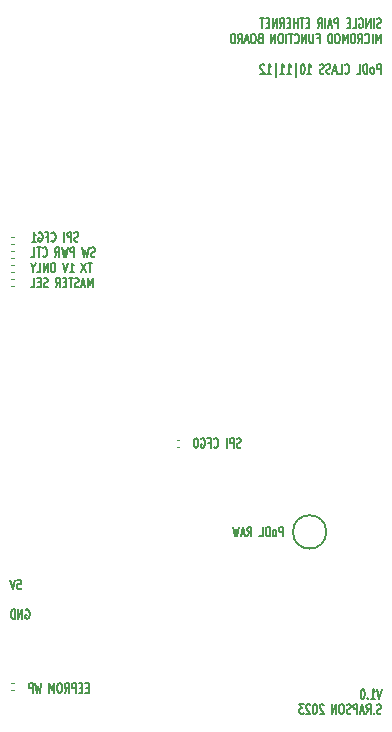
<source format=gbr>
%TF.GenerationSoftware,KiCad,Pcbnew,7.0.6*%
%TF.CreationDate,2023-08-17T07:35:16+09:30*%
%TF.ProjectId,spe-sink,7370652d-7369-46e6-9b2e-6b696361645f,V1.0*%
%TF.SameCoordinates,Original*%
%TF.FileFunction,Legend,Bot*%
%TF.FilePolarity,Positive*%
%FSLAX46Y46*%
G04 Gerber Fmt 4.6, Leading zero omitted, Abs format (unit mm)*
G04 Created by KiCad (PCBNEW 7.0.6) date 2023-08-17 07:35:16*
%MOMM*%
%LPD*%
G01*
G04 APERTURE LIST*
%ADD10C,0.140000*%
%ADD11C,0.100000*%
%ADD12C,0.150000*%
G04 APERTURE END LIST*
D10*
X106713533Y-90100910D02*
X106770676Y-90062815D01*
X106770676Y-90062815D02*
X106856390Y-90062815D01*
X106856390Y-90062815D02*
X106942104Y-90100910D01*
X106942104Y-90100910D02*
X106999247Y-90177100D01*
X106999247Y-90177100D02*
X107027818Y-90253291D01*
X107027818Y-90253291D02*
X107056390Y-90405672D01*
X107056390Y-90405672D02*
X107056390Y-90519958D01*
X107056390Y-90519958D02*
X107027818Y-90672339D01*
X107027818Y-90672339D02*
X106999247Y-90748529D01*
X106999247Y-90748529D02*
X106942104Y-90824720D01*
X106942104Y-90824720D02*
X106856390Y-90862815D01*
X106856390Y-90862815D02*
X106799247Y-90862815D01*
X106799247Y-90862815D02*
X106713533Y-90824720D01*
X106713533Y-90824720D02*
X106684961Y-90786624D01*
X106684961Y-90786624D02*
X106684961Y-90519958D01*
X106684961Y-90519958D02*
X106799247Y-90519958D01*
X106427818Y-90862815D02*
X106427818Y-90062815D01*
X106427818Y-90062815D02*
X106084961Y-90862815D01*
X106084961Y-90862815D02*
X106084961Y-90062815D01*
X105799247Y-90862815D02*
X105799247Y-90062815D01*
X105799247Y-90062815D02*
X105656390Y-90062815D01*
X105656390Y-90062815D02*
X105570676Y-90100910D01*
X105570676Y-90100910D02*
X105513533Y-90177100D01*
X105513533Y-90177100D02*
X105484962Y-90253291D01*
X105484962Y-90253291D02*
X105456390Y-90405672D01*
X105456390Y-90405672D02*
X105456390Y-90519958D01*
X105456390Y-90519958D02*
X105484962Y-90672339D01*
X105484962Y-90672339D02*
X105513533Y-90748529D01*
X105513533Y-90748529D02*
X105570676Y-90824720D01*
X105570676Y-90824720D02*
X105656390Y-90862815D01*
X105656390Y-90862815D02*
X105799247Y-90862815D01*
X136850752Y-96806815D02*
X136650752Y-97606815D01*
X136650752Y-97606815D02*
X136450752Y-96806815D01*
X135936466Y-97606815D02*
X136279323Y-97606815D01*
X136107894Y-97606815D02*
X136107894Y-96806815D01*
X136107894Y-96806815D02*
X136165037Y-96921100D01*
X136165037Y-96921100D02*
X136222180Y-96997291D01*
X136222180Y-96997291D02*
X136279323Y-97035386D01*
X135679322Y-97530624D02*
X135650751Y-97568720D01*
X135650751Y-97568720D02*
X135679322Y-97606815D01*
X135679322Y-97606815D02*
X135707894Y-97568720D01*
X135707894Y-97568720D02*
X135679322Y-97530624D01*
X135679322Y-97530624D02*
X135679322Y-97606815D01*
X135279323Y-96806815D02*
X135222180Y-96806815D01*
X135222180Y-96806815D02*
X135165037Y-96844910D01*
X135165037Y-96844910D02*
X135136466Y-96883005D01*
X135136466Y-96883005D02*
X135107894Y-96959196D01*
X135107894Y-96959196D02*
X135079323Y-97111577D01*
X135079323Y-97111577D02*
X135079323Y-97302053D01*
X135079323Y-97302053D02*
X135107894Y-97454434D01*
X135107894Y-97454434D02*
X135136466Y-97530624D01*
X135136466Y-97530624D02*
X135165037Y-97568720D01*
X135165037Y-97568720D02*
X135222180Y-97606815D01*
X135222180Y-97606815D02*
X135279323Y-97606815D01*
X135279323Y-97606815D02*
X135336466Y-97568720D01*
X135336466Y-97568720D02*
X135365037Y-97530624D01*
X135365037Y-97530624D02*
X135393608Y-97454434D01*
X135393608Y-97454434D02*
X135422180Y-97302053D01*
X135422180Y-97302053D02*
X135422180Y-97111577D01*
X135422180Y-97111577D02*
X135393608Y-96959196D01*
X135393608Y-96959196D02*
X135365037Y-96883005D01*
X135365037Y-96883005D02*
X135336466Y-96844910D01*
X135336466Y-96844910D02*
X135279323Y-96806815D01*
X136793609Y-98856720D02*
X136707895Y-98894815D01*
X136707895Y-98894815D02*
X136565037Y-98894815D01*
X136565037Y-98894815D02*
X136507895Y-98856720D01*
X136507895Y-98856720D02*
X136479323Y-98818624D01*
X136479323Y-98818624D02*
X136450752Y-98742434D01*
X136450752Y-98742434D02*
X136450752Y-98666243D01*
X136450752Y-98666243D02*
X136479323Y-98590053D01*
X136479323Y-98590053D02*
X136507895Y-98551958D01*
X136507895Y-98551958D02*
X136565037Y-98513862D01*
X136565037Y-98513862D02*
X136679323Y-98475767D01*
X136679323Y-98475767D02*
X136736466Y-98437672D01*
X136736466Y-98437672D02*
X136765037Y-98399577D01*
X136765037Y-98399577D02*
X136793609Y-98323386D01*
X136793609Y-98323386D02*
X136793609Y-98247196D01*
X136793609Y-98247196D02*
X136765037Y-98171005D01*
X136765037Y-98171005D02*
X136736466Y-98132910D01*
X136736466Y-98132910D02*
X136679323Y-98094815D01*
X136679323Y-98094815D02*
X136536466Y-98094815D01*
X136536466Y-98094815D02*
X136450752Y-98132910D01*
X136193608Y-98818624D02*
X136165037Y-98856720D01*
X136165037Y-98856720D02*
X136193608Y-98894815D01*
X136193608Y-98894815D02*
X136222180Y-98856720D01*
X136222180Y-98856720D02*
X136193608Y-98818624D01*
X136193608Y-98818624D02*
X136193608Y-98894815D01*
X135565037Y-98894815D02*
X135765037Y-98513862D01*
X135907894Y-98894815D02*
X135907894Y-98094815D01*
X135907894Y-98094815D02*
X135679323Y-98094815D01*
X135679323Y-98094815D02*
X135622180Y-98132910D01*
X135622180Y-98132910D02*
X135593609Y-98171005D01*
X135593609Y-98171005D02*
X135565037Y-98247196D01*
X135565037Y-98247196D02*
X135565037Y-98361481D01*
X135565037Y-98361481D02*
X135593609Y-98437672D01*
X135593609Y-98437672D02*
X135622180Y-98475767D01*
X135622180Y-98475767D02*
X135679323Y-98513862D01*
X135679323Y-98513862D02*
X135907894Y-98513862D01*
X135336466Y-98666243D02*
X135050752Y-98666243D01*
X135393609Y-98894815D02*
X135193609Y-98094815D01*
X135193609Y-98094815D02*
X134993609Y-98894815D01*
X134793608Y-98894815D02*
X134793608Y-98094815D01*
X134793608Y-98094815D02*
X134565037Y-98094815D01*
X134565037Y-98094815D02*
X134507894Y-98132910D01*
X134507894Y-98132910D02*
X134479323Y-98171005D01*
X134479323Y-98171005D02*
X134450751Y-98247196D01*
X134450751Y-98247196D02*
X134450751Y-98361481D01*
X134450751Y-98361481D02*
X134479323Y-98437672D01*
X134479323Y-98437672D02*
X134507894Y-98475767D01*
X134507894Y-98475767D02*
X134565037Y-98513862D01*
X134565037Y-98513862D02*
X134793608Y-98513862D01*
X134222180Y-98856720D02*
X134136466Y-98894815D01*
X134136466Y-98894815D02*
X133993608Y-98894815D01*
X133993608Y-98894815D02*
X133936466Y-98856720D01*
X133936466Y-98856720D02*
X133907894Y-98818624D01*
X133907894Y-98818624D02*
X133879323Y-98742434D01*
X133879323Y-98742434D02*
X133879323Y-98666243D01*
X133879323Y-98666243D02*
X133907894Y-98590053D01*
X133907894Y-98590053D02*
X133936466Y-98551958D01*
X133936466Y-98551958D02*
X133993608Y-98513862D01*
X133993608Y-98513862D02*
X134107894Y-98475767D01*
X134107894Y-98475767D02*
X134165037Y-98437672D01*
X134165037Y-98437672D02*
X134193608Y-98399577D01*
X134193608Y-98399577D02*
X134222180Y-98323386D01*
X134222180Y-98323386D02*
X134222180Y-98247196D01*
X134222180Y-98247196D02*
X134193608Y-98171005D01*
X134193608Y-98171005D02*
X134165037Y-98132910D01*
X134165037Y-98132910D02*
X134107894Y-98094815D01*
X134107894Y-98094815D02*
X133965037Y-98094815D01*
X133965037Y-98094815D02*
X133879323Y-98132910D01*
X133507894Y-98094815D02*
X133393608Y-98094815D01*
X133393608Y-98094815D02*
X133336465Y-98132910D01*
X133336465Y-98132910D02*
X133279322Y-98209100D01*
X133279322Y-98209100D02*
X133250751Y-98361481D01*
X133250751Y-98361481D02*
X133250751Y-98628148D01*
X133250751Y-98628148D02*
X133279322Y-98780529D01*
X133279322Y-98780529D02*
X133336465Y-98856720D01*
X133336465Y-98856720D02*
X133393608Y-98894815D01*
X133393608Y-98894815D02*
X133507894Y-98894815D01*
X133507894Y-98894815D02*
X133565037Y-98856720D01*
X133565037Y-98856720D02*
X133622179Y-98780529D01*
X133622179Y-98780529D02*
X133650751Y-98628148D01*
X133650751Y-98628148D02*
X133650751Y-98361481D01*
X133650751Y-98361481D02*
X133622179Y-98209100D01*
X133622179Y-98209100D02*
X133565037Y-98132910D01*
X133565037Y-98132910D02*
X133507894Y-98094815D01*
X132993608Y-98894815D02*
X132993608Y-98094815D01*
X132993608Y-98094815D02*
X132650751Y-98894815D01*
X132650751Y-98894815D02*
X132650751Y-98094815D01*
X131936466Y-98171005D02*
X131907894Y-98132910D01*
X131907894Y-98132910D02*
X131850752Y-98094815D01*
X131850752Y-98094815D02*
X131707894Y-98094815D01*
X131707894Y-98094815D02*
X131650752Y-98132910D01*
X131650752Y-98132910D02*
X131622180Y-98171005D01*
X131622180Y-98171005D02*
X131593609Y-98247196D01*
X131593609Y-98247196D02*
X131593609Y-98323386D01*
X131593609Y-98323386D02*
X131622180Y-98437672D01*
X131622180Y-98437672D02*
X131965037Y-98894815D01*
X131965037Y-98894815D02*
X131593609Y-98894815D01*
X131222180Y-98094815D02*
X131165037Y-98094815D01*
X131165037Y-98094815D02*
X131107894Y-98132910D01*
X131107894Y-98132910D02*
X131079323Y-98171005D01*
X131079323Y-98171005D02*
X131050751Y-98247196D01*
X131050751Y-98247196D02*
X131022180Y-98399577D01*
X131022180Y-98399577D02*
X131022180Y-98590053D01*
X131022180Y-98590053D02*
X131050751Y-98742434D01*
X131050751Y-98742434D02*
X131079323Y-98818624D01*
X131079323Y-98818624D02*
X131107894Y-98856720D01*
X131107894Y-98856720D02*
X131165037Y-98894815D01*
X131165037Y-98894815D02*
X131222180Y-98894815D01*
X131222180Y-98894815D02*
X131279323Y-98856720D01*
X131279323Y-98856720D02*
X131307894Y-98818624D01*
X131307894Y-98818624D02*
X131336465Y-98742434D01*
X131336465Y-98742434D02*
X131365037Y-98590053D01*
X131365037Y-98590053D02*
X131365037Y-98399577D01*
X131365037Y-98399577D02*
X131336465Y-98247196D01*
X131336465Y-98247196D02*
X131307894Y-98171005D01*
X131307894Y-98171005D02*
X131279323Y-98132910D01*
X131279323Y-98132910D02*
X131222180Y-98094815D01*
X130793608Y-98171005D02*
X130765036Y-98132910D01*
X130765036Y-98132910D02*
X130707894Y-98094815D01*
X130707894Y-98094815D02*
X130565036Y-98094815D01*
X130565036Y-98094815D02*
X130507894Y-98132910D01*
X130507894Y-98132910D02*
X130479322Y-98171005D01*
X130479322Y-98171005D02*
X130450751Y-98247196D01*
X130450751Y-98247196D02*
X130450751Y-98323386D01*
X130450751Y-98323386D02*
X130479322Y-98437672D01*
X130479322Y-98437672D02*
X130822179Y-98894815D01*
X130822179Y-98894815D02*
X130450751Y-98894815D01*
X130250750Y-98094815D02*
X129879322Y-98094815D01*
X129879322Y-98094815D02*
X130079322Y-98399577D01*
X130079322Y-98399577D02*
X129993607Y-98399577D01*
X129993607Y-98399577D02*
X129936465Y-98437672D01*
X129936465Y-98437672D02*
X129907893Y-98475767D01*
X129907893Y-98475767D02*
X129879322Y-98551958D01*
X129879322Y-98551958D02*
X129879322Y-98742434D01*
X129879322Y-98742434D02*
X129907893Y-98818624D01*
X129907893Y-98818624D02*
X129936465Y-98856720D01*
X129936465Y-98856720D02*
X129993607Y-98894815D01*
X129993607Y-98894815D02*
X130165036Y-98894815D01*
X130165036Y-98894815D02*
X130222179Y-98856720D01*
X130222179Y-98856720D02*
X130250750Y-98818624D01*
X111177820Y-58892720D02*
X111092106Y-58930815D01*
X111092106Y-58930815D02*
X110949248Y-58930815D01*
X110949248Y-58930815D02*
X110892106Y-58892720D01*
X110892106Y-58892720D02*
X110863534Y-58854624D01*
X110863534Y-58854624D02*
X110834963Y-58778434D01*
X110834963Y-58778434D02*
X110834963Y-58702243D01*
X110834963Y-58702243D02*
X110863534Y-58626053D01*
X110863534Y-58626053D02*
X110892106Y-58587958D01*
X110892106Y-58587958D02*
X110949248Y-58549862D01*
X110949248Y-58549862D02*
X111063534Y-58511767D01*
X111063534Y-58511767D02*
X111120677Y-58473672D01*
X111120677Y-58473672D02*
X111149248Y-58435577D01*
X111149248Y-58435577D02*
X111177820Y-58359386D01*
X111177820Y-58359386D02*
X111177820Y-58283196D01*
X111177820Y-58283196D02*
X111149248Y-58207005D01*
X111149248Y-58207005D02*
X111120677Y-58168910D01*
X111120677Y-58168910D02*
X111063534Y-58130815D01*
X111063534Y-58130815D02*
X110920677Y-58130815D01*
X110920677Y-58130815D02*
X110834963Y-58168910D01*
X110577819Y-58930815D02*
X110577819Y-58130815D01*
X110577819Y-58130815D02*
X110349248Y-58130815D01*
X110349248Y-58130815D02*
X110292105Y-58168910D01*
X110292105Y-58168910D02*
X110263534Y-58207005D01*
X110263534Y-58207005D02*
X110234962Y-58283196D01*
X110234962Y-58283196D02*
X110234962Y-58397481D01*
X110234962Y-58397481D02*
X110263534Y-58473672D01*
X110263534Y-58473672D02*
X110292105Y-58511767D01*
X110292105Y-58511767D02*
X110349248Y-58549862D01*
X110349248Y-58549862D02*
X110577819Y-58549862D01*
X109977819Y-58930815D02*
X109977819Y-58130815D01*
X108892105Y-58854624D02*
X108920677Y-58892720D01*
X108920677Y-58892720D02*
X109006391Y-58930815D01*
X109006391Y-58930815D02*
X109063534Y-58930815D01*
X109063534Y-58930815D02*
X109149248Y-58892720D01*
X109149248Y-58892720D02*
X109206391Y-58816529D01*
X109206391Y-58816529D02*
X109234962Y-58740339D01*
X109234962Y-58740339D02*
X109263534Y-58587958D01*
X109263534Y-58587958D02*
X109263534Y-58473672D01*
X109263534Y-58473672D02*
X109234962Y-58321291D01*
X109234962Y-58321291D02*
X109206391Y-58245100D01*
X109206391Y-58245100D02*
X109149248Y-58168910D01*
X109149248Y-58168910D02*
X109063534Y-58130815D01*
X109063534Y-58130815D02*
X109006391Y-58130815D01*
X109006391Y-58130815D02*
X108920677Y-58168910D01*
X108920677Y-58168910D02*
X108892105Y-58207005D01*
X108434962Y-58511767D02*
X108634962Y-58511767D01*
X108634962Y-58930815D02*
X108634962Y-58130815D01*
X108634962Y-58130815D02*
X108349248Y-58130815D01*
X107806391Y-58168910D02*
X107863534Y-58130815D01*
X107863534Y-58130815D02*
X107949248Y-58130815D01*
X107949248Y-58130815D02*
X108034962Y-58168910D01*
X108034962Y-58168910D02*
X108092105Y-58245100D01*
X108092105Y-58245100D02*
X108120676Y-58321291D01*
X108120676Y-58321291D02*
X108149248Y-58473672D01*
X108149248Y-58473672D02*
X108149248Y-58587958D01*
X108149248Y-58587958D02*
X108120676Y-58740339D01*
X108120676Y-58740339D02*
X108092105Y-58816529D01*
X108092105Y-58816529D02*
X108034962Y-58892720D01*
X108034962Y-58892720D02*
X107949248Y-58930815D01*
X107949248Y-58930815D02*
X107892105Y-58930815D01*
X107892105Y-58930815D02*
X107806391Y-58892720D01*
X107806391Y-58892720D02*
X107777819Y-58854624D01*
X107777819Y-58854624D02*
X107777819Y-58587958D01*
X107777819Y-58587958D02*
X107892105Y-58587958D01*
X107206391Y-58930815D02*
X107549248Y-58930815D01*
X107377819Y-58930815D02*
X107377819Y-58130815D01*
X107377819Y-58130815D02*
X107434962Y-58245100D01*
X107434962Y-58245100D02*
X107492105Y-58321291D01*
X107492105Y-58321291D02*
X107549248Y-58359386D01*
X112577819Y-60180720D02*
X112492105Y-60218815D01*
X112492105Y-60218815D02*
X112349247Y-60218815D01*
X112349247Y-60218815D02*
X112292105Y-60180720D01*
X112292105Y-60180720D02*
X112263533Y-60142624D01*
X112263533Y-60142624D02*
X112234962Y-60066434D01*
X112234962Y-60066434D02*
X112234962Y-59990243D01*
X112234962Y-59990243D02*
X112263533Y-59914053D01*
X112263533Y-59914053D02*
X112292105Y-59875958D01*
X112292105Y-59875958D02*
X112349247Y-59837862D01*
X112349247Y-59837862D02*
X112463533Y-59799767D01*
X112463533Y-59799767D02*
X112520676Y-59761672D01*
X112520676Y-59761672D02*
X112549247Y-59723577D01*
X112549247Y-59723577D02*
X112577819Y-59647386D01*
X112577819Y-59647386D02*
X112577819Y-59571196D01*
X112577819Y-59571196D02*
X112549247Y-59495005D01*
X112549247Y-59495005D02*
X112520676Y-59456910D01*
X112520676Y-59456910D02*
X112463533Y-59418815D01*
X112463533Y-59418815D02*
X112320676Y-59418815D01*
X112320676Y-59418815D02*
X112234962Y-59456910D01*
X112034961Y-59418815D02*
X111892104Y-60218815D01*
X111892104Y-60218815D02*
X111777818Y-59647386D01*
X111777818Y-59647386D02*
X111663533Y-60218815D01*
X111663533Y-60218815D02*
X111520676Y-59418815D01*
X110834961Y-60218815D02*
X110834961Y-59418815D01*
X110834961Y-59418815D02*
X110606390Y-59418815D01*
X110606390Y-59418815D02*
X110549247Y-59456910D01*
X110549247Y-59456910D02*
X110520676Y-59495005D01*
X110520676Y-59495005D02*
X110492104Y-59571196D01*
X110492104Y-59571196D02*
X110492104Y-59685481D01*
X110492104Y-59685481D02*
X110520676Y-59761672D01*
X110520676Y-59761672D02*
X110549247Y-59799767D01*
X110549247Y-59799767D02*
X110606390Y-59837862D01*
X110606390Y-59837862D02*
X110834961Y-59837862D01*
X110292104Y-59418815D02*
X110149247Y-60218815D01*
X110149247Y-60218815D02*
X110034961Y-59647386D01*
X110034961Y-59647386D02*
X109920676Y-60218815D01*
X109920676Y-60218815D02*
X109777819Y-59418815D01*
X109206390Y-60218815D02*
X109406390Y-59837862D01*
X109549247Y-60218815D02*
X109549247Y-59418815D01*
X109549247Y-59418815D02*
X109320676Y-59418815D01*
X109320676Y-59418815D02*
X109263533Y-59456910D01*
X109263533Y-59456910D02*
X109234962Y-59495005D01*
X109234962Y-59495005D02*
X109206390Y-59571196D01*
X109206390Y-59571196D02*
X109206390Y-59685481D01*
X109206390Y-59685481D02*
X109234962Y-59761672D01*
X109234962Y-59761672D02*
X109263533Y-59799767D01*
X109263533Y-59799767D02*
X109320676Y-59837862D01*
X109320676Y-59837862D02*
X109549247Y-59837862D01*
X108149247Y-60142624D02*
X108177819Y-60180720D01*
X108177819Y-60180720D02*
X108263533Y-60218815D01*
X108263533Y-60218815D02*
X108320676Y-60218815D01*
X108320676Y-60218815D02*
X108406390Y-60180720D01*
X108406390Y-60180720D02*
X108463533Y-60104529D01*
X108463533Y-60104529D02*
X108492104Y-60028339D01*
X108492104Y-60028339D02*
X108520676Y-59875958D01*
X108520676Y-59875958D02*
X108520676Y-59761672D01*
X108520676Y-59761672D02*
X108492104Y-59609291D01*
X108492104Y-59609291D02*
X108463533Y-59533100D01*
X108463533Y-59533100D02*
X108406390Y-59456910D01*
X108406390Y-59456910D02*
X108320676Y-59418815D01*
X108320676Y-59418815D02*
X108263533Y-59418815D01*
X108263533Y-59418815D02*
X108177819Y-59456910D01*
X108177819Y-59456910D02*
X108149247Y-59495005D01*
X107977819Y-59418815D02*
X107634962Y-59418815D01*
X107806390Y-60218815D02*
X107806390Y-59418815D01*
X107149247Y-60218815D02*
X107434961Y-60218815D01*
X107434961Y-60218815D02*
X107434961Y-59418815D01*
X112320677Y-60706815D02*
X111977820Y-60706815D01*
X112149248Y-61506815D02*
X112149248Y-60706815D01*
X111834962Y-60706815D02*
X111434962Y-61506815D01*
X111434962Y-60706815D02*
X111834962Y-61506815D01*
X110434962Y-61506815D02*
X110777819Y-61506815D01*
X110606390Y-61506815D02*
X110606390Y-60706815D01*
X110606390Y-60706815D02*
X110663533Y-60821100D01*
X110663533Y-60821100D02*
X110720676Y-60897291D01*
X110720676Y-60897291D02*
X110777819Y-60935386D01*
X110263533Y-60706815D02*
X110063533Y-61506815D01*
X110063533Y-61506815D02*
X109863533Y-60706815D01*
X109092104Y-60706815D02*
X108977818Y-60706815D01*
X108977818Y-60706815D02*
X108920675Y-60744910D01*
X108920675Y-60744910D02*
X108863532Y-60821100D01*
X108863532Y-60821100D02*
X108834961Y-60973481D01*
X108834961Y-60973481D02*
X108834961Y-61240148D01*
X108834961Y-61240148D02*
X108863532Y-61392529D01*
X108863532Y-61392529D02*
X108920675Y-61468720D01*
X108920675Y-61468720D02*
X108977818Y-61506815D01*
X108977818Y-61506815D02*
X109092104Y-61506815D01*
X109092104Y-61506815D02*
X109149247Y-61468720D01*
X109149247Y-61468720D02*
X109206389Y-61392529D01*
X109206389Y-61392529D02*
X109234961Y-61240148D01*
X109234961Y-61240148D02*
X109234961Y-60973481D01*
X109234961Y-60973481D02*
X109206389Y-60821100D01*
X109206389Y-60821100D02*
X109149247Y-60744910D01*
X109149247Y-60744910D02*
X109092104Y-60706815D01*
X108577818Y-61506815D02*
X108577818Y-60706815D01*
X108577818Y-60706815D02*
X108234961Y-61506815D01*
X108234961Y-61506815D02*
X108234961Y-60706815D01*
X107663533Y-61506815D02*
X107949247Y-61506815D01*
X107949247Y-61506815D02*
X107949247Y-60706815D01*
X107349248Y-61125862D02*
X107349248Y-61506815D01*
X107549248Y-60706815D02*
X107349248Y-61125862D01*
X107349248Y-61125862D02*
X107149248Y-60706815D01*
X112377819Y-62794815D02*
X112377819Y-61994815D01*
X112377819Y-61994815D02*
X112177819Y-62566243D01*
X112177819Y-62566243D02*
X111977819Y-61994815D01*
X111977819Y-61994815D02*
X111977819Y-62794815D01*
X111720677Y-62566243D02*
X111434963Y-62566243D01*
X111777820Y-62794815D02*
X111577820Y-61994815D01*
X111577820Y-61994815D02*
X111377820Y-62794815D01*
X111206391Y-62756720D02*
X111120677Y-62794815D01*
X111120677Y-62794815D02*
X110977819Y-62794815D01*
X110977819Y-62794815D02*
X110920677Y-62756720D01*
X110920677Y-62756720D02*
X110892105Y-62718624D01*
X110892105Y-62718624D02*
X110863534Y-62642434D01*
X110863534Y-62642434D02*
X110863534Y-62566243D01*
X110863534Y-62566243D02*
X110892105Y-62490053D01*
X110892105Y-62490053D02*
X110920677Y-62451958D01*
X110920677Y-62451958D02*
X110977819Y-62413862D01*
X110977819Y-62413862D02*
X111092105Y-62375767D01*
X111092105Y-62375767D02*
X111149248Y-62337672D01*
X111149248Y-62337672D02*
X111177819Y-62299577D01*
X111177819Y-62299577D02*
X111206391Y-62223386D01*
X111206391Y-62223386D02*
X111206391Y-62147196D01*
X111206391Y-62147196D02*
X111177819Y-62071005D01*
X111177819Y-62071005D02*
X111149248Y-62032910D01*
X111149248Y-62032910D02*
X111092105Y-61994815D01*
X111092105Y-61994815D02*
X110949248Y-61994815D01*
X110949248Y-61994815D02*
X110863534Y-62032910D01*
X110692105Y-61994815D02*
X110349248Y-61994815D01*
X110520676Y-62794815D02*
X110520676Y-61994815D01*
X110149247Y-62375767D02*
X109949247Y-62375767D01*
X109863533Y-62794815D02*
X110149247Y-62794815D01*
X110149247Y-62794815D02*
X110149247Y-61994815D01*
X110149247Y-61994815D02*
X109863533Y-61994815D01*
X109263533Y-62794815D02*
X109463533Y-62413862D01*
X109606390Y-62794815D02*
X109606390Y-61994815D01*
X109606390Y-61994815D02*
X109377819Y-61994815D01*
X109377819Y-61994815D02*
X109320676Y-62032910D01*
X109320676Y-62032910D02*
X109292105Y-62071005D01*
X109292105Y-62071005D02*
X109263533Y-62147196D01*
X109263533Y-62147196D02*
X109263533Y-62261481D01*
X109263533Y-62261481D02*
X109292105Y-62337672D01*
X109292105Y-62337672D02*
X109320676Y-62375767D01*
X109320676Y-62375767D02*
X109377819Y-62413862D01*
X109377819Y-62413862D02*
X109606390Y-62413862D01*
X108577819Y-62756720D02*
X108492105Y-62794815D01*
X108492105Y-62794815D02*
X108349247Y-62794815D01*
X108349247Y-62794815D02*
X108292105Y-62756720D01*
X108292105Y-62756720D02*
X108263533Y-62718624D01*
X108263533Y-62718624D02*
X108234962Y-62642434D01*
X108234962Y-62642434D02*
X108234962Y-62566243D01*
X108234962Y-62566243D02*
X108263533Y-62490053D01*
X108263533Y-62490053D02*
X108292105Y-62451958D01*
X108292105Y-62451958D02*
X108349247Y-62413862D01*
X108349247Y-62413862D02*
X108463533Y-62375767D01*
X108463533Y-62375767D02*
X108520676Y-62337672D01*
X108520676Y-62337672D02*
X108549247Y-62299577D01*
X108549247Y-62299577D02*
X108577819Y-62223386D01*
X108577819Y-62223386D02*
X108577819Y-62147196D01*
X108577819Y-62147196D02*
X108549247Y-62071005D01*
X108549247Y-62071005D02*
X108520676Y-62032910D01*
X108520676Y-62032910D02*
X108463533Y-61994815D01*
X108463533Y-61994815D02*
X108320676Y-61994815D01*
X108320676Y-61994815D02*
X108234962Y-62032910D01*
X107977818Y-62375767D02*
X107777818Y-62375767D01*
X107692104Y-62794815D02*
X107977818Y-62794815D01*
X107977818Y-62794815D02*
X107977818Y-61994815D01*
X107977818Y-61994815D02*
X107692104Y-61994815D01*
X107149247Y-62794815D02*
X107434961Y-62794815D01*
X107434961Y-62794815D02*
X107434961Y-61994815D01*
X128515037Y-83862815D02*
X128515037Y-83062815D01*
X128515037Y-83062815D02*
X128286466Y-83062815D01*
X128286466Y-83062815D02*
X128229323Y-83100910D01*
X128229323Y-83100910D02*
X128200752Y-83139005D01*
X128200752Y-83139005D02*
X128172180Y-83215196D01*
X128172180Y-83215196D02*
X128172180Y-83329481D01*
X128172180Y-83329481D02*
X128200752Y-83405672D01*
X128200752Y-83405672D02*
X128229323Y-83443767D01*
X128229323Y-83443767D02*
X128286466Y-83481862D01*
X128286466Y-83481862D02*
X128515037Y-83481862D01*
X127829323Y-83862815D02*
X127886466Y-83824720D01*
X127886466Y-83824720D02*
X127915037Y-83786624D01*
X127915037Y-83786624D02*
X127943609Y-83710434D01*
X127943609Y-83710434D02*
X127943609Y-83481862D01*
X127943609Y-83481862D02*
X127915037Y-83405672D01*
X127915037Y-83405672D02*
X127886466Y-83367577D01*
X127886466Y-83367577D02*
X127829323Y-83329481D01*
X127829323Y-83329481D02*
X127743609Y-83329481D01*
X127743609Y-83329481D02*
X127686466Y-83367577D01*
X127686466Y-83367577D02*
X127657895Y-83405672D01*
X127657895Y-83405672D02*
X127629323Y-83481862D01*
X127629323Y-83481862D02*
X127629323Y-83710434D01*
X127629323Y-83710434D02*
X127657895Y-83786624D01*
X127657895Y-83786624D02*
X127686466Y-83824720D01*
X127686466Y-83824720D02*
X127743609Y-83862815D01*
X127743609Y-83862815D02*
X127829323Y-83862815D01*
X127372180Y-83862815D02*
X127372180Y-83062815D01*
X127372180Y-83062815D02*
X127229323Y-83062815D01*
X127229323Y-83062815D02*
X127143609Y-83100910D01*
X127143609Y-83100910D02*
X127086466Y-83177100D01*
X127086466Y-83177100D02*
X127057895Y-83253291D01*
X127057895Y-83253291D02*
X127029323Y-83405672D01*
X127029323Y-83405672D02*
X127029323Y-83519958D01*
X127029323Y-83519958D02*
X127057895Y-83672339D01*
X127057895Y-83672339D02*
X127086466Y-83748529D01*
X127086466Y-83748529D02*
X127143609Y-83824720D01*
X127143609Y-83824720D02*
X127229323Y-83862815D01*
X127229323Y-83862815D02*
X127372180Y-83862815D01*
X126486466Y-83862815D02*
X126772180Y-83862815D01*
X126772180Y-83862815D02*
X126772180Y-83062815D01*
X125486466Y-83862815D02*
X125686466Y-83481862D01*
X125829323Y-83862815D02*
X125829323Y-83062815D01*
X125829323Y-83062815D02*
X125600752Y-83062815D01*
X125600752Y-83062815D02*
X125543609Y-83100910D01*
X125543609Y-83100910D02*
X125515038Y-83139005D01*
X125515038Y-83139005D02*
X125486466Y-83215196D01*
X125486466Y-83215196D02*
X125486466Y-83329481D01*
X125486466Y-83329481D02*
X125515038Y-83405672D01*
X125515038Y-83405672D02*
X125543609Y-83443767D01*
X125543609Y-83443767D02*
X125600752Y-83481862D01*
X125600752Y-83481862D02*
X125829323Y-83481862D01*
X125257895Y-83634243D02*
X124972181Y-83634243D01*
X125315038Y-83862815D02*
X125115038Y-83062815D01*
X125115038Y-83062815D02*
X124915038Y-83862815D01*
X124772180Y-83062815D02*
X124629323Y-83862815D01*
X124629323Y-83862815D02*
X124515037Y-83291386D01*
X124515037Y-83291386D02*
X124400752Y-83862815D01*
X124400752Y-83862815D02*
X124257895Y-83062815D01*
X112042103Y-96693767D02*
X111842103Y-96693767D01*
X111756389Y-97112815D02*
X112042103Y-97112815D01*
X112042103Y-97112815D02*
X112042103Y-96312815D01*
X112042103Y-96312815D02*
X111756389Y-96312815D01*
X111499246Y-96693767D02*
X111299246Y-96693767D01*
X111213532Y-97112815D02*
X111499246Y-97112815D01*
X111499246Y-97112815D02*
X111499246Y-96312815D01*
X111499246Y-96312815D02*
X111213532Y-96312815D01*
X110956389Y-97112815D02*
X110956389Y-96312815D01*
X110956389Y-96312815D02*
X110727818Y-96312815D01*
X110727818Y-96312815D02*
X110670675Y-96350910D01*
X110670675Y-96350910D02*
X110642104Y-96389005D01*
X110642104Y-96389005D02*
X110613532Y-96465196D01*
X110613532Y-96465196D02*
X110613532Y-96579481D01*
X110613532Y-96579481D02*
X110642104Y-96655672D01*
X110642104Y-96655672D02*
X110670675Y-96693767D01*
X110670675Y-96693767D02*
X110727818Y-96731862D01*
X110727818Y-96731862D02*
X110956389Y-96731862D01*
X110013532Y-97112815D02*
X110213532Y-96731862D01*
X110356389Y-97112815D02*
X110356389Y-96312815D01*
X110356389Y-96312815D02*
X110127818Y-96312815D01*
X110127818Y-96312815D02*
X110070675Y-96350910D01*
X110070675Y-96350910D02*
X110042104Y-96389005D01*
X110042104Y-96389005D02*
X110013532Y-96465196D01*
X110013532Y-96465196D02*
X110013532Y-96579481D01*
X110013532Y-96579481D02*
X110042104Y-96655672D01*
X110042104Y-96655672D02*
X110070675Y-96693767D01*
X110070675Y-96693767D02*
X110127818Y-96731862D01*
X110127818Y-96731862D02*
X110356389Y-96731862D01*
X109642104Y-96312815D02*
X109527818Y-96312815D01*
X109527818Y-96312815D02*
X109470675Y-96350910D01*
X109470675Y-96350910D02*
X109413532Y-96427100D01*
X109413532Y-96427100D02*
X109384961Y-96579481D01*
X109384961Y-96579481D02*
X109384961Y-96846148D01*
X109384961Y-96846148D02*
X109413532Y-96998529D01*
X109413532Y-96998529D02*
X109470675Y-97074720D01*
X109470675Y-97074720D02*
X109527818Y-97112815D01*
X109527818Y-97112815D02*
X109642104Y-97112815D01*
X109642104Y-97112815D02*
X109699247Y-97074720D01*
X109699247Y-97074720D02*
X109756389Y-96998529D01*
X109756389Y-96998529D02*
X109784961Y-96846148D01*
X109784961Y-96846148D02*
X109784961Y-96579481D01*
X109784961Y-96579481D02*
X109756389Y-96427100D01*
X109756389Y-96427100D02*
X109699247Y-96350910D01*
X109699247Y-96350910D02*
X109642104Y-96312815D01*
X109127818Y-97112815D02*
X109127818Y-96312815D01*
X109127818Y-96312815D02*
X108927818Y-96884243D01*
X108927818Y-96884243D02*
X108727818Y-96312815D01*
X108727818Y-96312815D02*
X108727818Y-97112815D01*
X108042104Y-96312815D02*
X107899247Y-97112815D01*
X107899247Y-97112815D02*
X107784961Y-96541386D01*
X107784961Y-96541386D02*
X107670676Y-97112815D01*
X107670676Y-97112815D02*
X107527819Y-96312815D01*
X107299247Y-97112815D02*
X107299247Y-96312815D01*
X107299247Y-96312815D02*
X107070676Y-96312815D01*
X107070676Y-96312815D02*
X107013533Y-96350910D01*
X107013533Y-96350910D02*
X106984962Y-96389005D01*
X106984962Y-96389005D02*
X106956390Y-96465196D01*
X106956390Y-96465196D02*
X106956390Y-96579481D01*
X106956390Y-96579481D02*
X106984962Y-96655672D01*
X106984962Y-96655672D02*
X107013533Y-96693767D01*
X107013533Y-96693767D02*
X107070676Y-96731862D01*
X107070676Y-96731862D02*
X107299247Y-96731862D01*
X136793609Y-40792720D02*
X136707895Y-40830815D01*
X136707895Y-40830815D02*
X136565037Y-40830815D01*
X136565037Y-40830815D02*
X136507895Y-40792720D01*
X136507895Y-40792720D02*
X136479323Y-40754624D01*
X136479323Y-40754624D02*
X136450752Y-40678434D01*
X136450752Y-40678434D02*
X136450752Y-40602243D01*
X136450752Y-40602243D02*
X136479323Y-40526053D01*
X136479323Y-40526053D02*
X136507895Y-40487958D01*
X136507895Y-40487958D02*
X136565037Y-40449862D01*
X136565037Y-40449862D02*
X136679323Y-40411767D01*
X136679323Y-40411767D02*
X136736466Y-40373672D01*
X136736466Y-40373672D02*
X136765037Y-40335577D01*
X136765037Y-40335577D02*
X136793609Y-40259386D01*
X136793609Y-40259386D02*
X136793609Y-40183196D01*
X136793609Y-40183196D02*
X136765037Y-40107005D01*
X136765037Y-40107005D02*
X136736466Y-40068910D01*
X136736466Y-40068910D02*
X136679323Y-40030815D01*
X136679323Y-40030815D02*
X136536466Y-40030815D01*
X136536466Y-40030815D02*
X136450752Y-40068910D01*
X136193608Y-40830815D02*
X136193608Y-40030815D01*
X135907894Y-40830815D02*
X135907894Y-40030815D01*
X135907894Y-40030815D02*
X135565037Y-40830815D01*
X135565037Y-40830815D02*
X135565037Y-40030815D01*
X134965038Y-40068910D02*
X135022181Y-40030815D01*
X135022181Y-40030815D02*
X135107895Y-40030815D01*
X135107895Y-40030815D02*
X135193609Y-40068910D01*
X135193609Y-40068910D02*
X135250752Y-40145100D01*
X135250752Y-40145100D02*
X135279323Y-40221291D01*
X135279323Y-40221291D02*
X135307895Y-40373672D01*
X135307895Y-40373672D02*
X135307895Y-40487958D01*
X135307895Y-40487958D02*
X135279323Y-40640339D01*
X135279323Y-40640339D02*
X135250752Y-40716529D01*
X135250752Y-40716529D02*
X135193609Y-40792720D01*
X135193609Y-40792720D02*
X135107895Y-40830815D01*
X135107895Y-40830815D02*
X135050752Y-40830815D01*
X135050752Y-40830815D02*
X134965038Y-40792720D01*
X134965038Y-40792720D02*
X134936466Y-40754624D01*
X134936466Y-40754624D02*
X134936466Y-40487958D01*
X134936466Y-40487958D02*
X135050752Y-40487958D01*
X134393609Y-40830815D02*
X134679323Y-40830815D01*
X134679323Y-40830815D02*
X134679323Y-40030815D01*
X134193609Y-40411767D02*
X133993609Y-40411767D01*
X133907895Y-40830815D02*
X134193609Y-40830815D01*
X134193609Y-40830815D02*
X134193609Y-40030815D01*
X134193609Y-40030815D02*
X133907895Y-40030815D01*
X133193609Y-40830815D02*
X133193609Y-40030815D01*
X133193609Y-40030815D02*
X132965038Y-40030815D01*
X132965038Y-40030815D02*
X132907895Y-40068910D01*
X132907895Y-40068910D02*
X132879324Y-40107005D01*
X132879324Y-40107005D02*
X132850752Y-40183196D01*
X132850752Y-40183196D02*
X132850752Y-40297481D01*
X132850752Y-40297481D02*
X132879324Y-40373672D01*
X132879324Y-40373672D02*
X132907895Y-40411767D01*
X132907895Y-40411767D02*
X132965038Y-40449862D01*
X132965038Y-40449862D02*
X133193609Y-40449862D01*
X132622181Y-40602243D02*
X132336467Y-40602243D01*
X132679324Y-40830815D02*
X132479324Y-40030815D01*
X132479324Y-40030815D02*
X132279324Y-40830815D01*
X132079323Y-40830815D02*
X132079323Y-40030815D01*
X131450752Y-40830815D02*
X131650752Y-40449862D01*
X131793609Y-40830815D02*
X131793609Y-40030815D01*
X131793609Y-40030815D02*
X131565038Y-40030815D01*
X131565038Y-40030815D02*
X131507895Y-40068910D01*
X131507895Y-40068910D02*
X131479324Y-40107005D01*
X131479324Y-40107005D02*
X131450752Y-40183196D01*
X131450752Y-40183196D02*
X131450752Y-40297481D01*
X131450752Y-40297481D02*
X131479324Y-40373672D01*
X131479324Y-40373672D02*
X131507895Y-40411767D01*
X131507895Y-40411767D02*
X131565038Y-40449862D01*
X131565038Y-40449862D02*
X131793609Y-40449862D01*
X130736466Y-40411767D02*
X130536466Y-40411767D01*
X130450752Y-40830815D02*
X130736466Y-40830815D01*
X130736466Y-40830815D02*
X130736466Y-40030815D01*
X130736466Y-40030815D02*
X130450752Y-40030815D01*
X130279324Y-40030815D02*
X129936467Y-40030815D01*
X130107895Y-40830815D02*
X130107895Y-40030815D01*
X129736466Y-40830815D02*
X129736466Y-40030815D01*
X129736466Y-40411767D02*
X129393609Y-40411767D01*
X129393609Y-40830815D02*
X129393609Y-40030815D01*
X129107895Y-40411767D02*
X128907895Y-40411767D01*
X128822181Y-40830815D02*
X129107895Y-40830815D01*
X129107895Y-40830815D02*
X129107895Y-40030815D01*
X129107895Y-40030815D02*
X128822181Y-40030815D01*
X128222181Y-40830815D02*
X128422181Y-40449862D01*
X128565038Y-40830815D02*
X128565038Y-40030815D01*
X128565038Y-40030815D02*
X128336467Y-40030815D01*
X128336467Y-40030815D02*
X128279324Y-40068910D01*
X128279324Y-40068910D02*
X128250753Y-40107005D01*
X128250753Y-40107005D02*
X128222181Y-40183196D01*
X128222181Y-40183196D02*
X128222181Y-40297481D01*
X128222181Y-40297481D02*
X128250753Y-40373672D01*
X128250753Y-40373672D02*
X128279324Y-40411767D01*
X128279324Y-40411767D02*
X128336467Y-40449862D01*
X128336467Y-40449862D02*
X128565038Y-40449862D01*
X127965038Y-40830815D02*
X127965038Y-40030815D01*
X127965038Y-40030815D02*
X127622181Y-40830815D01*
X127622181Y-40830815D02*
X127622181Y-40030815D01*
X127336467Y-40411767D02*
X127136467Y-40411767D01*
X127050753Y-40830815D02*
X127336467Y-40830815D01*
X127336467Y-40830815D02*
X127336467Y-40030815D01*
X127336467Y-40030815D02*
X127050753Y-40030815D01*
X126879325Y-40030815D02*
X126536468Y-40030815D01*
X126707896Y-40830815D02*
X126707896Y-40030815D01*
X136765037Y-42118815D02*
X136765037Y-41318815D01*
X136765037Y-41318815D02*
X136565037Y-41890243D01*
X136565037Y-41890243D02*
X136365037Y-41318815D01*
X136365037Y-41318815D02*
X136365037Y-42118815D01*
X136079323Y-42118815D02*
X136079323Y-41318815D01*
X135450752Y-42042624D02*
X135479324Y-42080720D01*
X135479324Y-42080720D02*
X135565038Y-42118815D01*
X135565038Y-42118815D02*
X135622181Y-42118815D01*
X135622181Y-42118815D02*
X135707895Y-42080720D01*
X135707895Y-42080720D02*
X135765038Y-42004529D01*
X135765038Y-42004529D02*
X135793609Y-41928339D01*
X135793609Y-41928339D02*
X135822181Y-41775958D01*
X135822181Y-41775958D02*
X135822181Y-41661672D01*
X135822181Y-41661672D02*
X135793609Y-41509291D01*
X135793609Y-41509291D02*
X135765038Y-41433100D01*
X135765038Y-41433100D02*
X135707895Y-41356910D01*
X135707895Y-41356910D02*
X135622181Y-41318815D01*
X135622181Y-41318815D02*
X135565038Y-41318815D01*
X135565038Y-41318815D02*
X135479324Y-41356910D01*
X135479324Y-41356910D02*
X135450752Y-41395005D01*
X134850752Y-42118815D02*
X135050752Y-41737862D01*
X135193609Y-42118815D02*
X135193609Y-41318815D01*
X135193609Y-41318815D02*
X134965038Y-41318815D01*
X134965038Y-41318815D02*
X134907895Y-41356910D01*
X134907895Y-41356910D02*
X134879324Y-41395005D01*
X134879324Y-41395005D02*
X134850752Y-41471196D01*
X134850752Y-41471196D02*
X134850752Y-41585481D01*
X134850752Y-41585481D02*
X134879324Y-41661672D01*
X134879324Y-41661672D02*
X134907895Y-41699767D01*
X134907895Y-41699767D02*
X134965038Y-41737862D01*
X134965038Y-41737862D02*
X135193609Y-41737862D01*
X134479324Y-41318815D02*
X134365038Y-41318815D01*
X134365038Y-41318815D02*
X134307895Y-41356910D01*
X134307895Y-41356910D02*
X134250752Y-41433100D01*
X134250752Y-41433100D02*
X134222181Y-41585481D01*
X134222181Y-41585481D02*
X134222181Y-41852148D01*
X134222181Y-41852148D02*
X134250752Y-42004529D01*
X134250752Y-42004529D02*
X134307895Y-42080720D01*
X134307895Y-42080720D02*
X134365038Y-42118815D01*
X134365038Y-42118815D02*
X134479324Y-42118815D01*
X134479324Y-42118815D02*
X134536467Y-42080720D01*
X134536467Y-42080720D02*
X134593609Y-42004529D01*
X134593609Y-42004529D02*
X134622181Y-41852148D01*
X134622181Y-41852148D02*
X134622181Y-41585481D01*
X134622181Y-41585481D02*
X134593609Y-41433100D01*
X134593609Y-41433100D02*
X134536467Y-41356910D01*
X134536467Y-41356910D02*
X134479324Y-41318815D01*
X133965038Y-42118815D02*
X133965038Y-41318815D01*
X133965038Y-41318815D02*
X133765038Y-41890243D01*
X133765038Y-41890243D02*
X133565038Y-41318815D01*
X133565038Y-41318815D02*
X133565038Y-42118815D01*
X133165039Y-41318815D02*
X133050753Y-41318815D01*
X133050753Y-41318815D02*
X132993610Y-41356910D01*
X132993610Y-41356910D02*
X132936467Y-41433100D01*
X132936467Y-41433100D02*
X132907896Y-41585481D01*
X132907896Y-41585481D02*
X132907896Y-41852148D01*
X132907896Y-41852148D02*
X132936467Y-42004529D01*
X132936467Y-42004529D02*
X132993610Y-42080720D01*
X132993610Y-42080720D02*
X133050753Y-42118815D01*
X133050753Y-42118815D02*
X133165039Y-42118815D01*
X133165039Y-42118815D02*
X133222182Y-42080720D01*
X133222182Y-42080720D02*
X133279324Y-42004529D01*
X133279324Y-42004529D02*
X133307896Y-41852148D01*
X133307896Y-41852148D02*
X133307896Y-41585481D01*
X133307896Y-41585481D02*
X133279324Y-41433100D01*
X133279324Y-41433100D02*
X133222182Y-41356910D01*
X133222182Y-41356910D02*
X133165039Y-41318815D01*
X132650753Y-42118815D02*
X132650753Y-41318815D01*
X132650753Y-41318815D02*
X132507896Y-41318815D01*
X132507896Y-41318815D02*
X132422182Y-41356910D01*
X132422182Y-41356910D02*
X132365039Y-41433100D01*
X132365039Y-41433100D02*
X132336468Y-41509291D01*
X132336468Y-41509291D02*
X132307896Y-41661672D01*
X132307896Y-41661672D02*
X132307896Y-41775958D01*
X132307896Y-41775958D02*
X132336468Y-41928339D01*
X132336468Y-41928339D02*
X132365039Y-42004529D01*
X132365039Y-42004529D02*
X132422182Y-42080720D01*
X132422182Y-42080720D02*
X132507896Y-42118815D01*
X132507896Y-42118815D02*
X132650753Y-42118815D01*
X131393610Y-41699767D02*
X131593610Y-41699767D01*
X131593610Y-42118815D02*
X131593610Y-41318815D01*
X131593610Y-41318815D02*
X131307896Y-41318815D01*
X131079324Y-41318815D02*
X131079324Y-41966434D01*
X131079324Y-41966434D02*
X131050753Y-42042624D01*
X131050753Y-42042624D02*
X131022182Y-42080720D01*
X131022182Y-42080720D02*
X130965039Y-42118815D01*
X130965039Y-42118815D02*
X130850753Y-42118815D01*
X130850753Y-42118815D02*
X130793610Y-42080720D01*
X130793610Y-42080720D02*
X130765039Y-42042624D01*
X130765039Y-42042624D02*
X130736467Y-41966434D01*
X130736467Y-41966434D02*
X130736467Y-41318815D01*
X130450753Y-42118815D02*
X130450753Y-41318815D01*
X130450753Y-41318815D02*
X130107896Y-42118815D01*
X130107896Y-42118815D02*
X130107896Y-41318815D01*
X129479325Y-42042624D02*
X129507897Y-42080720D01*
X129507897Y-42080720D02*
X129593611Y-42118815D01*
X129593611Y-42118815D02*
X129650754Y-42118815D01*
X129650754Y-42118815D02*
X129736468Y-42080720D01*
X129736468Y-42080720D02*
X129793611Y-42004529D01*
X129793611Y-42004529D02*
X129822182Y-41928339D01*
X129822182Y-41928339D02*
X129850754Y-41775958D01*
X129850754Y-41775958D02*
X129850754Y-41661672D01*
X129850754Y-41661672D02*
X129822182Y-41509291D01*
X129822182Y-41509291D02*
X129793611Y-41433100D01*
X129793611Y-41433100D02*
X129736468Y-41356910D01*
X129736468Y-41356910D02*
X129650754Y-41318815D01*
X129650754Y-41318815D02*
X129593611Y-41318815D01*
X129593611Y-41318815D02*
X129507897Y-41356910D01*
X129507897Y-41356910D02*
X129479325Y-41395005D01*
X129307897Y-41318815D02*
X128965040Y-41318815D01*
X129136468Y-42118815D02*
X129136468Y-41318815D01*
X128765039Y-42118815D02*
X128765039Y-41318815D01*
X128365040Y-41318815D02*
X128250754Y-41318815D01*
X128250754Y-41318815D02*
X128193611Y-41356910D01*
X128193611Y-41356910D02*
X128136468Y-41433100D01*
X128136468Y-41433100D02*
X128107897Y-41585481D01*
X128107897Y-41585481D02*
X128107897Y-41852148D01*
X128107897Y-41852148D02*
X128136468Y-42004529D01*
X128136468Y-42004529D02*
X128193611Y-42080720D01*
X128193611Y-42080720D02*
X128250754Y-42118815D01*
X128250754Y-42118815D02*
X128365040Y-42118815D01*
X128365040Y-42118815D02*
X128422183Y-42080720D01*
X128422183Y-42080720D02*
X128479325Y-42004529D01*
X128479325Y-42004529D02*
X128507897Y-41852148D01*
X128507897Y-41852148D02*
X128507897Y-41585481D01*
X128507897Y-41585481D02*
X128479325Y-41433100D01*
X128479325Y-41433100D02*
X128422183Y-41356910D01*
X128422183Y-41356910D02*
X128365040Y-41318815D01*
X127850754Y-42118815D02*
X127850754Y-41318815D01*
X127850754Y-41318815D02*
X127507897Y-42118815D01*
X127507897Y-42118815D02*
X127507897Y-41318815D01*
X126565040Y-41699767D02*
X126479326Y-41737862D01*
X126479326Y-41737862D02*
X126450755Y-41775958D01*
X126450755Y-41775958D02*
X126422183Y-41852148D01*
X126422183Y-41852148D02*
X126422183Y-41966434D01*
X126422183Y-41966434D02*
X126450755Y-42042624D01*
X126450755Y-42042624D02*
X126479326Y-42080720D01*
X126479326Y-42080720D02*
X126536469Y-42118815D01*
X126536469Y-42118815D02*
X126765040Y-42118815D01*
X126765040Y-42118815D02*
X126765040Y-41318815D01*
X126765040Y-41318815D02*
X126565040Y-41318815D01*
X126565040Y-41318815D02*
X126507898Y-41356910D01*
X126507898Y-41356910D02*
X126479326Y-41395005D01*
X126479326Y-41395005D02*
X126450755Y-41471196D01*
X126450755Y-41471196D02*
X126450755Y-41547386D01*
X126450755Y-41547386D02*
X126479326Y-41623577D01*
X126479326Y-41623577D02*
X126507898Y-41661672D01*
X126507898Y-41661672D02*
X126565040Y-41699767D01*
X126565040Y-41699767D02*
X126765040Y-41699767D01*
X126050755Y-41318815D02*
X125936469Y-41318815D01*
X125936469Y-41318815D02*
X125879326Y-41356910D01*
X125879326Y-41356910D02*
X125822183Y-41433100D01*
X125822183Y-41433100D02*
X125793612Y-41585481D01*
X125793612Y-41585481D02*
X125793612Y-41852148D01*
X125793612Y-41852148D02*
X125822183Y-42004529D01*
X125822183Y-42004529D02*
X125879326Y-42080720D01*
X125879326Y-42080720D02*
X125936469Y-42118815D01*
X125936469Y-42118815D02*
X126050755Y-42118815D01*
X126050755Y-42118815D02*
X126107898Y-42080720D01*
X126107898Y-42080720D02*
X126165040Y-42004529D01*
X126165040Y-42004529D02*
X126193612Y-41852148D01*
X126193612Y-41852148D02*
X126193612Y-41585481D01*
X126193612Y-41585481D02*
X126165040Y-41433100D01*
X126165040Y-41433100D02*
X126107898Y-41356910D01*
X126107898Y-41356910D02*
X126050755Y-41318815D01*
X125565041Y-41890243D02*
X125279327Y-41890243D01*
X125622184Y-42118815D02*
X125422184Y-41318815D01*
X125422184Y-41318815D02*
X125222184Y-42118815D01*
X124679326Y-42118815D02*
X124879326Y-41737862D01*
X125022183Y-42118815D02*
X125022183Y-41318815D01*
X125022183Y-41318815D02*
X124793612Y-41318815D01*
X124793612Y-41318815D02*
X124736469Y-41356910D01*
X124736469Y-41356910D02*
X124707898Y-41395005D01*
X124707898Y-41395005D02*
X124679326Y-41471196D01*
X124679326Y-41471196D02*
X124679326Y-41585481D01*
X124679326Y-41585481D02*
X124707898Y-41661672D01*
X124707898Y-41661672D02*
X124736469Y-41699767D01*
X124736469Y-41699767D02*
X124793612Y-41737862D01*
X124793612Y-41737862D02*
X125022183Y-41737862D01*
X124422183Y-42118815D02*
X124422183Y-41318815D01*
X124422183Y-41318815D02*
X124279326Y-41318815D01*
X124279326Y-41318815D02*
X124193612Y-41356910D01*
X124193612Y-41356910D02*
X124136469Y-41433100D01*
X124136469Y-41433100D02*
X124107898Y-41509291D01*
X124107898Y-41509291D02*
X124079326Y-41661672D01*
X124079326Y-41661672D02*
X124079326Y-41775958D01*
X124079326Y-41775958D02*
X124107898Y-41928339D01*
X124107898Y-41928339D02*
X124136469Y-42004529D01*
X124136469Y-42004529D02*
X124193612Y-42080720D01*
X124193612Y-42080720D02*
X124279326Y-42118815D01*
X124279326Y-42118815D02*
X124422183Y-42118815D01*
X136765037Y-44694815D02*
X136765037Y-43894815D01*
X136765037Y-43894815D02*
X136536466Y-43894815D01*
X136536466Y-43894815D02*
X136479323Y-43932910D01*
X136479323Y-43932910D02*
X136450752Y-43971005D01*
X136450752Y-43971005D02*
X136422180Y-44047196D01*
X136422180Y-44047196D02*
X136422180Y-44161481D01*
X136422180Y-44161481D02*
X136450752Y-44237672D01*
X136450752Y-44237672D02*
X136479323Y-44275767D01*
X136479323Y-44275767D02*
X136536466Y-44313862D01*
X136536466Y-44313862D02*
X136765037Y-44313862D01*
X136079323Y-44694815D02*
X136136466Y-44656720D01*
X136136466Y-44656720D02*
X136165037Y-44618624D01*
X136165037Y-44618624D02*
X136193609Y-44542434D01*
X136193609Y-44542434D02*
X136193609Y-44313862D01*
X136193609Y-44313862D02*
X136165037Y-44237672D01*
X136165037Y-44237672D02*
X136136466Y-44199577D01*
X136136466Y-44199577D02*
X136079323Y-44161481D01*
X136079323Y-44161481D02*
X135993609Y-44161481D01*
X135993609Y-44161481D02*
X135936466Y-44199577D01*
X135936466Y-44199577D02*
X135907895Y-44237672D01*
X135907895Y-44237672D02*
X135879323Y-44313862D01*
X135879323Y-44313862D02*
X135879323Y-44542434D01*
X135879323Y-44542434D02*
X135907895Y-44618624D01*
X135907895Y-44618624D02*
X135936466Y-44656720D01*
X135936466Y-44656720D02*
X135993609Y-44694815D01*
X135993609Y-44694815D02*
X136079323Y-44694815D01*
X135622180Y-44694815D02*
X135622180Y-43894815D01*
X135622180Y-43894815D02*
X135479323Y-43894815D01*
X135479323Y-43894815D02*
X135393609Y-43932910D01*
X135393609Y-43932910D02*
X135336466Y-44009100D01*
X135336466Y-44009100D02*
X135307895Y-44085291D01*
X135307895Y-44085291D02*
X135279323Y-44237672D01*
X135279323Y-44237672D02*
X135279323Y-44351958D01*
X135279323Y-44351958D02*
X135307895Y-44504339D01*
X135307895Y-44504339D02*
X135336466Y-44580529D01*
X135336466Y-44580529D02*
X135393609Y-44656720D01*
X135393609Y-44656720D02*
X135479323Y-44694815D01*
X135479323Y-44694815D02*
X135622180Y-44694815D01*
X134736466Y-44694815D02*
X135022180Y-44694815D01*
X135022180Y-44694815D02*
X135022180Y-43894815D01*
X133736466Y-44618624D02*
X133765038Y-44656720D01*
X133765038Y-44656720D02*
X133850752Y-44694815D01*
X133850752Y-44694815D02*
X133907895Y-44694815D01*
X133907895Y-44694815D02*
X133993609Y-44656720D01*
X133993609Y-44656720D02*
X134050752Y-44580529D01*
X134050752Y-44580529D02*
X134079323Y-44504339D01*
X134079323Y-44504339D02*
X134107895Y-44351958D01*
X134107895Y-44351958D02*
X134107895Y-44237672D01*
X134107895Y-44237672D02*
X134079323Y-44085291D01*
X134079323Y-44085291D02*
X134050752Y-44009100D01*
X134050752Y-44009100D02*
X133993609Y-43932910D01*
X133993609Y-43932910D02*
X133907895Y-43894815D01*
X133907895Y-43894815D02*
X133850752Y-43894815D01*
X133850752Y-43894815D02*
X133765038Y-43932910D01*
X133765038Y-43932910D02*
X133736466Y-43971005D01*
X133193609Y-44694815D02*
X133479323Y-44694815D01*
X133479323Y-44694815D02*
X133479323Y-43894815D01*
X133022181Y-44466243D02*
X132736467Y-44466243D01*
X133079324Y-44694815D02*
X132879324Y-43894815D01*
X132879324Y-43894815D02*
X132679324Y-44694815D01*
X132507895Y-44656720D02*
X132422181Y-44694815D01*
X132422181Y-44694815D02*
X132279323Y-44694815D01*
X132279323Y-44694815D02*
X132222181Y-44656720D01*
X132222181Y-44656720D02*
X132193609Y-44618624D01*
X132193609Y-44618624D02*
X132165038Y-44542434D01*
X132165038Y-44542434D02*
X132165038Y-44466243D01*
X132165038Y-44466243D02*
X132193609Y-44390053D01*
X132193609Y-44390053D02*
X132222181Y-44351958D01*
X132222181Y-44351958D02*
X132279323Y-44313862D01*
X132279323Y-44313862D02*
X132393609Y-44275767D01*
X132393609Y-44275767D02*
X132450752Y-44237672D01*
X132450752Y-44237672D02*
X132479323Y-44199577D01*
X132479323Y-44199577D02*
X132507895Y-44123386D01*
X132507895Y-44123386D02*
X132507895Y-44047196D01*
X132507895Y-44047196D02*
X132479323Y-43971005D01*
X132479323Y-43971005D02*
X132450752Y-43932910D01*
X132450752Y-43932910D02*
X132393609Y-43894815D01*
X132393609Y-43894815D02*
X132250752Y-43894815D01*
X132250752Y-43894815D02*
X132165038Y-43932910D01*
X131936466Y-44656720D02*
X131850752Y-44694815D01*
X131850752Y-44694815D02*
X131707894Y-44694815D01*
X131707894Y-44694815D02*
X131650752Y-44656720D01*
X131650752Y-44656720D02*
X131622180Y-44618624D01*
X131622180Y-44618624D02*
X131593609Y-44542434D01*
X131593609Y-44542434D02*
X131593609Y-44466243D01*
X131593609Y-44466243D02*
X131622180Y-44390053D01*
X131622180Y-44390053D02*
X131650752Y-44351958D01*
X131650752Y-44351958D02*
X131707894Y-44313862D01*
X131707894Y-44313862D02*
X131822180Y-44275767D01*
X131822180Y-44275767D02*
X131879323Y-44237672D01*
X131879323Y-44237672D02*
X131907894Y-44199577D01*
X131907894Y-44199577D02*
X131936466Y-44123386D01*
X131936466Y-44123386D02*
X131936466Y-44047196D01*
X131936466Y-44047196D02*
X131907894Y-43971005D01*
X131907894Y-43971005D02*
X131879323Y-43932910D01*
X131879323Y-43932910D02*
X131822180Y-43894815D01*
X131822180Y-43894815D02*
X131679323Y-43894815D01*
X131679323Y-43894815D02*
X131593609Y-43932910D01*
X130565037Y-44694815D02*
X130907894Y-44694815D01*
X130736465Y-44694815D02*
X130736465Y-43894815D01*
X130736465Y-43894815D02*
X130793608Y-44009100D01*
X130793608Y-44009100D02*
X130850751Y-44085291D01*
X130850751Y-44085291D02*
X130907894Y-44123386D01*
X130193608Y-43894815D02*
X130136465Y-43894815D01*
X130136465Y-43894815D02*
X130079322Y-43932910D01*
X130079322Y-43932910D02*
X130050751Y-43971005D01*
X130050751Y-43971005D02*
X130022179Y-44047196D01*
X130022179Y-44047196D02*
X129993608Y-44199577D01*
X129993608Y-44199577D02*
X129993608Y-44390053D01*
X129993608Y-44390053D02*
X130022179Y-44542434D01*
X130022179Y-44542434D02*
X130050751Y-44618624D01*
X130050751Y-44618624D02*
X130079322Y-44656720D01*
X130079322Y-44656720D02*
X130136465Y-44694815D01*
X130136465Y-44694815D02*
X130193608Y-44694815D01*
X130193608Y-44694815D02*
X130250751Y-44656720D01*
X130250751Y-44656720D02*
X130279322Y-44618624D01*
X130279322Y-44618624D02*
X130307893Y-44542434D01*
X130307893Y-44542434D02*
X130336465Y-44390053D01*
X130336465Y-44390053D02*
X130336465Y-44199577D01*
X130336465Y-44199577D02*
X130307893Y-44047196D01*
X130307893Y-44047196D02*
X130279322Y-43971005D01*
X130279322Y-43971005D02*
X130250751Y-43932910D01*
X130250751Y-43932910D02*
X130193608Y-43894815D01*
X129593607Y-44961481D02*
X129593607Y-43818624D01*
X128850750Y-44694815D02*
X129193607Y-44694815D01*
X129022178Y-44694815D02*
X129022178Y-43894815D01*
X129022178Y-43894815D02*
X129079321Y-44009100D01*
X129079321Y-44009100D02*
X129136464Y-44085291D01*
X129136464Y-44085291D02*
X129193607Y-44123386D01*
X128279321Y-44694815D02*
X128622178Y-44694815D01*
X128450749Y-44694815D02*
X128450749Y-43894815D01*
X128450749Y-43894815D02*
X128507892Y-44009100D01*
X128507892Y-44009100D02*
X128565035Y-44085291D01*
X128565035Y-44085291D02*
X128622178Y-44123386D01*
X127879320Y-44961481D02*
X127879320Y-43818624D01*
X127136463Y-44694815D02*
X127479320Y-44694815D01*
X127307891Y-44694815D02*
X127307891Y-43894815D01*
X127307891Y-43894815D02*
X127365034Y-44009100D01*
X127365034Y-44009100D02*
X127422177Y-44085291D01*
X127422177Y-44085291D02*
X127479320Y-44123386D01*
X126907891Y-43971005D02*
X126879319Y-43932910D01*
X126879319Y-43932910D02*
X126822177Y-43894815D01*
X126822177Y-43894815D02*
X126679319Y-43894815D01*
X126679319Y-43894815D02*
X126622177Y-43932910D01*
X126622177Y-43932910D02*
X126593605Y-43971005D01*
X126593605Y-43971005D02*
X126565034Y-44047196D01*
X126565034Y-44047196D02*
X126565034Y-44123386D01*
X126565034Y-44123386D02*
X126593605Y-44237672D01*
X126593605Y-44237672D02*
X126936462Y-44694815D01*
X126936462Y-44694815D02*
X126565034Y-44694815D01*
X105999248Y-87562815D02*
X106284962Y-87562815D01*
X106284962Y-87562815D02*
X106313534Y-87943767D01*
X106313534Y-87943767D02*
X106284962Y-87905672D01*
X106284962Y-87905672D02*
X106227820Y-87867577D01*
X106227820Y-87867577D02*
X106084962Y-87867577D01*
X106084962Y-87867577D02*
X106027820Y-87905672D01*
X106027820Y-87905672D02*
X105999248Y-87943767D01*
X105999248Y-87943767D02*
X105970677Y-88019958D01*
X105970677Y-88019958D02*
X105970677Y-88210434D01*
X105970677Y-88210434D02*
X105999248Y-88286624D01*
X105999248Y-88286624D02*
X106027820Y-88324720D01*
X106027820Y-88324720D02*
X106084962Y-88362815D01*
X106084962Y-88362815D02*
X106227820Y-88362815D01*
X106227820Y-88362815D02*
X106284962Y-88324720D01*
X106284962Y-88324720D02*
X106313534Y-88286624D01*
X105799248Y-87562815D02*
X105599248Y-88362815D01*
X105599248Y-88362815D02*
X105399248Y-87562815D01*
X124927820Y-76324720D02*
X124842106Y-76362815D01*
X124842106Y-76362815D02*
X124699248Y-76362815D01*
X124699248Y-76362815D02*
X124642106Y-76324720D01*
X124642106Y-76324720D02*
X124613534Y-76286624D01*
X124613534Y-76286624D02*
X124584963Y-76210434D01*
X124584963Y-76210434D02*
X124584963Y-76134243D01*
X124584963Y-76134243D02*
X124613534Y-76058053D01*
X124613534Y-76058053D02*
X124642106Y-76019958D01*
X124642106Y-76019958D02*
X124699248Y-75981862D01*
X124699248Y-75981862D02*
X124813534Y-75943767D01*
X124813534Y-75943767D02*
X124870677Y-75905672D01*
X124870677Y-75905672D02*
X124899248Y-75867577D01*
X124899248Y-75867577D02*
X124927820Y-75791386D01*
X124927820Y-75791386D02*
X124927820Y-75715196D01*
X124927820Y-75715196D02*
X124899248Y-75639005D01*
X124899248Y-75639005D02*
X124870677Y-75600910D01*
X124870677Y-75600910D02*
X124813534Y-75562815D01*
X124813534Y-75562815D02*
X124670677Y-75562815D01*
X124670677Y-75562815D02*
X124584963Y-75600910D01*
X124327819Y-76362815D02*
X124327819Y-75562815D01*
X124327819Y-75562815D02*
X124099248Y-75562815D01*
X124099248Y-75562815D02*
X124042105Y-75600910D01*
X124042105Y-75600910D02*
X124013534Y-75639005D01*
X124013534Y-75639005D02*
X123984962Y-75715196D01*
X123984962Y-75715196D02*
X123984962Y-75829481D01*
X123984962Y-75829481D02*
X124013534Y-75905672D01*
X124013534Y-75905672D02*
X124042105Y-75943767D01*
X124042105Y-75943767D02*
X124099248Y-75981862D01*
X124099248Y-75981862D02*
X124327819Y-75981862D01*
X123727819Y-76362815D02*
X123727819Y-75562815D01*
X122642105Y-76286624D02*
X122670677Y-76324720D01*
X122670677Y-76324720D02*
X122756391Y-76362815D01*
X122756391Y-76362815D02*
X122813534Y-76362815D01*
X122813534Y-76362815D02*
X122899248Y-76324720D01*
X122899248Y-76324720D02*
X122956391Y-76248529D01*
X122956391Y-76248529D02*
X122984962Y-76172339D01*
X122984962Y-76172339D02*
X123013534Y-76019958D01*
X123013534Y-76019958D02*
X123013534Y-75905672D01*
X123013534Y-75905672D02*
X122984962Y-75753291D01*
X122984962Y-75753291D02*
X122956391Y-75677100D01*
X122956391Y-75677100D02*
X122899248Y-75600910D01*
X122899248Y-75600910D02*
X122813534Y-75562815D01*
X122813534Y-75562815D02*
X122756391Y-75562815D01*
X122756391Y-75562815D02*
X122670677Y-75600910D01*
X122670677Y-75600910D02*
X122642105Y-75639005D01*
X122184962Y-75943767D02*
X122384962Y-75943767D01*
X122384962Y-76362815D02*
X122384962Y-75562815D01*
X122384962Y-75562815D02*
X122099248Y-75562815D01*
X121556391Y-75600910D02*
X121613534Y-75562815D01*
X121613534Y-75562815D02*
X121699248Y-75562815D01*
X121699248Y-75562815D02*
X121784962Y-75600910D01*
X121784962Y-75600910D02*
X121842105Y-75677100D01*
X121842105Y-75677100D02*
X121870676Y-75753291D01*
X121870676Y-75753291D02*
X121899248Y-75905672D01*
X121899248Y-75905672D02*
X121899248Y-76019958D01*
X121899248Y-76019958D02*
X121870676Y-76172339D01*
X121870676Y-76172339D02*
X121842105Y-76248529D01*
X121842105Y-76248529D02*
X121784962Y-76324720D01*
X121784962Y-76324720D02*
X121699248Y-76362815D01*
X121699248Y-76362815D02*
X121642105Y-76362815D01*
X121642105Y-76362815D02*
X121556391Y-76324720D01*
X121556391Y-76324720D02*
X121527819Y-76286624D01*
X121527819Y-76286624D02*
X121527819Y-76019958D01*
X121527819Y-76019958D02*
X121642105Y-76019958D01*
X121156391Y-75562815D02*
X121099248Y-75562815D01*
X121099248Y-75562815D02*
X121042105Y-75600910D01*
X121042105Y-75600910D02*
X121013534Y-75639005D01*
X121013534Y-75639005D02*
X120984962Y-75715196D01*
X120984962Y-75715196D02*
X120956391Y-75867577D01*
X120956391Y-75867577D02*
X120956391Y-76058053D01*
X120956391Y-76058053D02*
X120984962Y-76210434D01*
X120984962Y-76210434D02*
X121013534Y-76286624D01*
X121013534Y-76286624D02*
X121042105Y-76324720D01*
X121042105Y-76324720D02*
X121099248Y-76362815D01*
X121099248Y-76362815D02*
X121156391Y-76362815D01*
X121156391Y-76362815D02*
X121213534Y-76324720D01*
X121213534Y-76324720D02*
X121242105Y-76286624D01*
X121242105Y-76286624D02*
X121270676Y-76210434D01*
X121270676Y-76210434D02*
X121299248Y-76058053D01*
X121299248Y-76058053D02*
X121299248Y-75867577D01*
X121299248Y-75867577D02*
X121270676Y-75715196D01*
X121270676Y-75715196D02*
X121242105Y-75639005D01*
X121242105Y-75639005D02*
X121213534Y-75600910D01*
X121213534Y-75600910D02*
X121156391Y-75562815D01*
D11*
%TO.C,SL4*%
X119700000Y-75700000D02*
X119500000Y-75700000D01*
X119700000Y-76300000D02*
X119500000Y-76300000D01*
%TO.C,SL2*%
X105500000Y-96900000D02*
X105700000Y-96900000D01*
X105500000Y-96300000D02*
X105700000Y-96300000D01*
%TO.C,SL3*%
X105700000Y-58500000D02*
X105500000Y-58500000D01*
X105700000Y-59100000D02*
X105500000Y-59100000D01*
%TO.C,SL7*%
X105700000Y-60900000D02*
X105500000Y-60900000D01*
X105700000Y-61500000D02*
X105500000Y-61500000D01*
%TO.C,SL5*%
X105700000Y-62100000D02*
X105500000Y-62100000D01*
X105700000Y-62700000D02*
X105500000Y-62700000D01*
%TO.C,SL6*%
X105700000Y-59700000D02*
X105500000Y-59700000D01*
X105700000Y-60300000D02*
X105500000Y-60300000D01*
D12*
%TO.C,TEST1*%
X132164214Y-83500000D02*
G75*
G03*
X132164214Y-83500000I-1414214J0D01*
G01*
%TD*%
M02*

</source>
